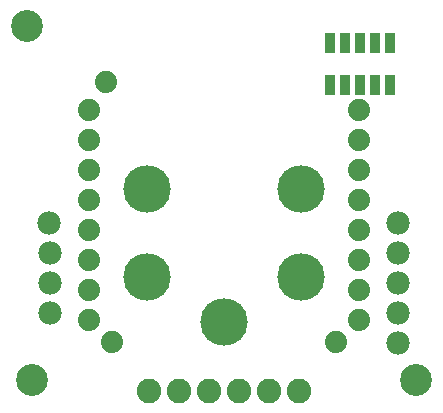
<source format=gbs>
G75*
%MOIN*%
%OFA0B0*%
%FSLAX25Y25*%
%IPPOS*%
%LPD*%
%AMOC8*
5,1,8,0,0,1.08239X$1,22.5*
%
%ADD10C,0.10643*%
%ADD11C,0.07400*%
%ADD12R,0.03400X0.06706*%
%ADD13C,0.07800*%
%ADD14C,0.15824*%
%ADD15C,0.08200*%
D10*
X0012458Y0012589D03*
X0010507Y0130686D03*
X0140410Y0012589D03*
D11*
X0121246Y0032771D03*
X0113805Y0025222D03*
X0121246Y0042771D03*
X0121246Y0052771D03*
X0121246Y0062771D03*
X0121246Y0072771D03*
X0121246Y0082771D03*
X0121246Y0092771D03*
X0121246Y0102771D03*
X0039002Y0025222D03*
X0031246Y0032771D03*
X0031246Y0042771D03*
X0031246Y0052771D03*
X0031246Y0062771D03*
X0031246Y0072771D03*
X0031246Y0082771D03*
X0031246Y0092771D03*
X0031246Y0102771D03*
X0037033Y0111836D03*
D12*
X0111561Y0110852D03*
X0116561Y0110852D03*
X0121561Y0110852D03*
X0126561Y0110852D03*
X0131561Y0110852D03*
X0131561Y0124927D03*
X0126561Y0124927D03*
X0121561Y0124927D03*
X0116561Y0124927D03*
X0111561Y0124927D03*
D13*
X0134474Y0064868D03*
X0134474Y0054907D03*
X0134474Y0044907D03*
X0134474Y0034868D03*
X0134435Y0024868D03*
X0018175Y0034868D03*
X0018175Y0044907D03*
X0018175Y0054868D03*
X0018135Y0064907D03*
D14*
X0050813Y0076403D03*
X0050813Y0046876D03*
X0076403Y0032112D03*
X0101994Y0046876D03*
X0101994Y0076403D03*
D15*
X0101403Y0009021D03*
X0091403Y0009021D03*
X0081403Y0009021D03*
X0071403Y0009021D03*
X0061403Y0009021D03*
X0051403Y0009021D03*
M02*

</source>
